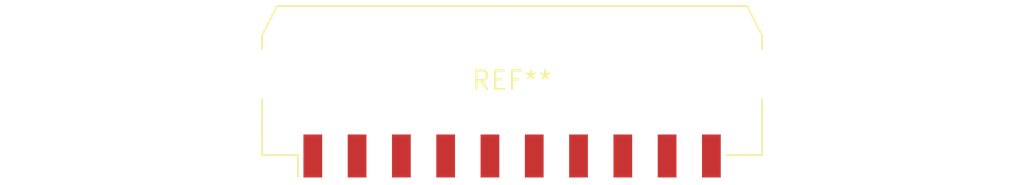
<source format=kicad_pcb>
(kicad_pcb (version 20240108) (generator pcbnew)
  (layers (0 "F.Cu" signal) (31 "B.Cu" signal) (34 "B.Paste" user) (35 "F.Paste" user) (36 "B.SilkS" user "B.Silkscreen") (37 "F.SilkS" user "F.Silkscreen") (38 "B.Mask" user) (39 "F.Mask" user) (44 "Edge.Cuts" user))
  (net 0 "")
  (footprint "Molex_Micro-Fit_3.0_43650-1010_1x10-1MP_P3.00mm_Horizontal_PnP" (layer "F.Cu") (at 0 0)
    (property "Reference" "REF**")
    (property "Value" "Molex_Micro-Fit_3.0_43650-1010_1x10-1MP_P3.00mm_Horizontal_PnP")
    (fp_line (start -16.935 -3.06) (end -16.935 -2.14) (layer "F.SilkS") (stroke (width 0.12)))
    (fp_line (start -16.935 1.29) (end -16.935 5.06) (layer "F.SilkS") (stroke (width 0.12)))
    (fp_line (start -16.935 5.06) (end -14.505 5.06) (layer "F.SilkS") (stroke (width 0.12)))
    (fp_line (start -15.935 -5.06) (end -16.935 -3.06) (layer "F.SilkS") (stroke (width 0.12)))
    (fp_line (start -14.505 5.06) (end -14.505 6.52) (layer "F.SilkS") (stroke (width 0.12)))
    (fp_line (start 0 -5.06) (end -15.935 -5.06) (layer "F.SilkS") (stroke (width 0.12)))
    (fp_line (start 0 -5.06) (end 15.935 -5.06) (layer "F.SilkS") (stroke (width 0.12)))
    (fp_line (start 15.935 -5.06) (end 16.935 -3.06) (layer "F.SilkS") (stroke (width 0.12)))
    (fp_line (start 16.935 -3.06) (end 16.935 -2.14) (layer "F.SilkS") (stroke (width 0.12)))
    (fp_line (start 16.935 1.29) (end 16.935 5.06) (layer "F.SilkS") (stroke (width 0.12)))
    (fp_line (start 16.935 5.06) (end 14.505 5.06) (layer "F.SilkS") (stroke (width 0.12)))
    (pad "1" smd rect (at -13.5 5.12) (size 1.27 2.92) (layers "F.Cu" "F.Paste" "F.Mask"))
    (pad "2" smd rect (at -10.5 5.12) (size 1.27 2.92) (layers "F.Cu" "F.Paste" "F.Mask"))
    (pad "3" smd rect (at -7.5 5.12) (size 1.27 2.92) (layers "F.Cu" "F.Paste" "F.Mask"))
    (pad "4" smd rect (at -4.5 5.12) (size 1.27 2.92) (layers "F.Cu" "F.Paste" "F.Mask"))
    (pad "5" smd rect (at -1.5 5.12) (size 1.27 2.92) (layers "F.Cu" "F.Paste" "F.Mask"))
    (pad "6" smd rect (at 1.5 5.12) (size 1.27 2.92) (layers "F.Cu" "F.Paste" "F.Mask"))
    (pad "7" smd rect (at 4.5 5.12) (size 1.27 2.92) (layers "F.Cu" "F.Paste" "F.Mask"))
    (pad "8" smd rect (at 7.5 5.12) (size 1.27 2.92) (layers "F.Cu" "F.Paste" "F.Mask"))
    (pad "9" smd rect (at 10.5 5.12) (size 1.27 2.92) (layers "F.Cu" "F.Paste" "F.Mask"))
    (pad "10" smd rect (at 13.5 5.12) (size 1.27 2.92) (layers "F.Cu" "F.Paste" "F.Mask"))
    (pad "MP" thru_hole circle (at -15.65 -0.35) (size 2.84 2.84) (drill 2.54) (layers *.Cu *.Mask) (remove_unused_layers))
    (pad "MP" thru_hole circle (at 15.65 -0.35) (size 2.84 2.84) (drill 2.54) (layers *.Cu *.Mask) (remove_unused_layers))
  )
)
</source>
